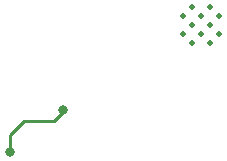
<source format=gbr>
%TF.GenerationSoftware,KiCad,Pcbnew,(6.0.8)*%
%TF.CreationDate,2023-06-07T12:36:53+01:00*%
%TF.ProjectId,BlueRetro_Universal_HW1_3v3,426c7565-5265-4747-926f-5f556e697665,rev?*%
%TF.SameCoordinates,Original*%
%TF.FileFunction,Copper,L2,Bot*%
%TF.FilePolarity,Positive*%
%FSLAX46Y46*%
G04 Gerber Fmt 4.6, Leading zero omitted, Abs format (unit mm)*
G04 Created by KiCad (PCBNEW (6.0.8)) date 2023-06-07 12:36:53*
%MOMM*%
%LPD*%
G01*
G04 APERTURE LIST*
%TA.AperFunction,ComponentPad*%
%ADD10C,0.475000*%
%TD*%
%TA.AperFunction,ViaPad*%
%ADD11C,0.800000*%
%TD*%
%TA.AperFunction,Conductor*%
%ADD12C,0.250000*%
%TD*%
G04 APERTURE END LIST*
D10*
%TO.P,U2,39,GND*%
%TO.N,GND*%
X149016000Y-57532300D03*
X150541000Y-59057300D03*
X148253500Y-58294800D03*
X149778500Y-58294800D03*
X149016000Y-59057300D03*
X150541000Y-57532300D03*
X148253500Y-56769800D03*
X148253500Y-59819800D03*
X147491000Y-59057300D03*
X149778500Y-56769800D03*
X149778500Y-59819800D03*
X147491000Y-57532300D03*
%TD*%
D11*
%TO.N,+5V*%
X132869400Y-69111400D03*
X137377200Y-65514800D03*
%TD*%
D12*
%TO.N,+5V*%
X137377200Y-65695800D02*
X137377200Y-65514800D01*
X136601200Y-66471800D02*
X137377200Y-65695800D01*
X134061200Y-66471800D02*
X136601200Y-66471800D01*
X132869400Y-67663600D02*
X134061200Y-66471800D01*
X132869400Y-69111400D02*
X132869400Y-67663600D01*
%TD*%
M02*

</source>
